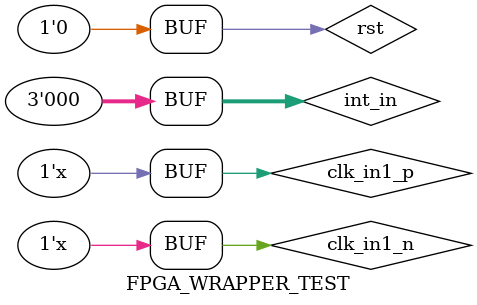
<source format=v>

`timescale 1ns / 1ps
`include "../rtl/defines.v"

module FPGA_WRAPPER_TEST(  );

reg rst;
reg clk_in1_p;
reg clk_in1_n;
wire [7:0] led;
reg [2:0] int_in;

`ifdef UART_IMPL_PER
parameter bit_time = 160; 
reg rx_i;
wire tx_o;
`endif

//wire [31:0] out_t0;
//wire [31:0] out_t1;
//wire [31:0] out_t2;

initial begin
rst <= 1'b1; clk_in1_p <= 1'b0;clk_in1_n<=1'b1; int_in <= 3'b0;

`ifdef UART_IMPL_PER rx_i <= 1'b1; `endif

#200 rst <= 1'b0;
//#7900 int_in <= 3'b100;
//#20 int_in <= 3'b000;
////#1000 int_in <= 3'b001;
//#20 int_in <= 3'b000;
//#80 int_in <= 3'b000;
//#20 int_in <= 3'b000;
//#930 int_in <= 3'b000;
//#20 int_in <= 3'b000;

`ifdef UART_IMPL_PER
 #300
      rx_i = 0; //start bit
    #bit_time
      rx_i = 1; //bit 0
    #bit_time
      rx_i = 0; //bit 1
    #bit_time
      rx_i = 0; //bit 2
    #bit_time
      rx_i = 0; //bit 3
    #bit_time
      rx_i = 0; //bit 4
    #bit_time
      rx_i = 1; //bit 5
    #bit_time
      rx_i = 1; //bit 6
    #bit_time
      rx_i = 0; //bit 7
    #bit_time
      rx_i = 1; //Stop bit
 
  #500
          rx_i = 0; //start bit
        #bit_time
          rx_i = 1; //bit 0
        #bit_time
          rx_i = 1; //bit 1
        #bit_time
          rx_i = 1; //bit 2
        #bit_time
          rx_i = 0; //bit 3
        #bit_time
          rx_i = 0; //bit 4
        #bit_time
          rx_i = 1; //bit 5
        #bit_time
          rx_i = 1; //bit 6
        #bit_time
          rx_i = 0; //bit 7
        #bit_time
          rx_i = 1; //Stop bit
`endif
          
end

always #2.5 clk_in1_p <= ~clk_in1_p;
always #2.5 clk_in1_n <= ~clk_in1_n;

FPGA_WRAPPER FW1(.rst_in(rst),.clk_in1_p(clk_in1_p),
.clk_in1_n(clk_in1_n),.led(led),.int_in(int_in)
`ifdef UART_IMPL_PER
,.srx_pad_i(rx_i),.stx_pad_o(tx_o)
`endif
);


endmodule
</source>
